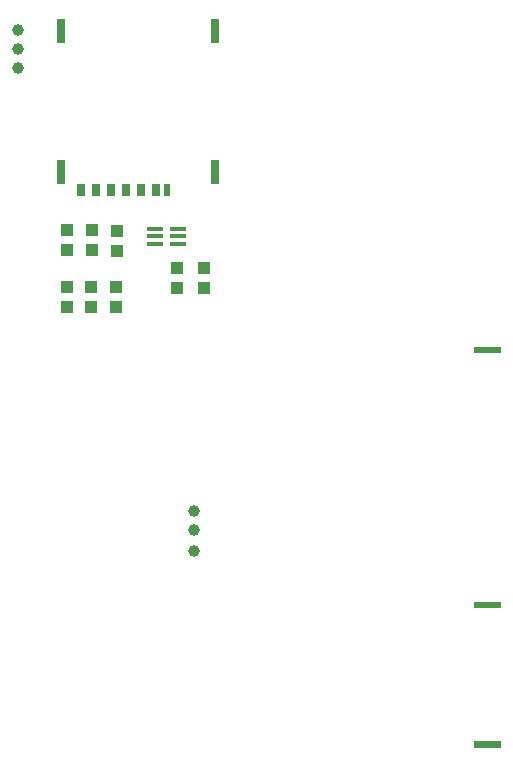
<source format=gbp>
G04*
G04 #@! TF.GenerationSoftware,Altium Limited,Altium Designer,21.0.8 (223)*
G04*
G04 Layer_Color=128*
%FSTAX24Y24*%
%MOIN*%
G70*
G04*
G04 #@! TF.SameCoordinates,802AE027-55FB-4EE0-B797-8BAC3B94A1FA*
G04*
G04*
G04 #@! TF.FilePolarity,Positive*
G04*
G01*
G75*
%ADD30R,0.0394X0.0433*%
%ADD131C,0.0394*%
%ADD132R,0.0276X0.0449*%
%ADD133R,0.0315X0.0827*%
%ADD134R,0.0236X0.0449*%
G04:AMPARAMS|DCode=135|XSize=52.8mil|YSize=15.7mil|CornerRadius=3.9mil|HoleSize=0mil|Usage=FLASHONLY|Rotation=180.000|XOffset=0mil|YOffset=0mil|HoleType=Round|Shape=RoundedRectangle|*
%AMROUNDEDRECTD135*
21,1,0.0528,0.0079,0,0,180.0*
21,1,0.0449,0.0157,0,0,180.0*
1,1,0.0079,-0.0224,0.0039*
1,1,0.0079,0.0224,0.0039*
1,1,0.0079,0.0224,-0.0039*
1,1,0.0079,-0.0224,-0.0039*
%
%ADD135ROUNDEDRECTD135*%
G36*
X049247Y025008D02*
X048365D01*
X048361Y025004D01*
X048361Y025217D01*
X049239Y025217D01*
X049247D01*
Y025008D01*
D02*
G37*
G36*
X049244Y029654D02*
X048362D01*
X048358Y02965D01*
X048358Y029862D01*
X049236Y029862D01*
X049244D01*
Y029654D01*
D02*
G37*
G36*
X049244Y03815D02*
X048362D01*
X048358Y038146D01*
X048358Y038358D01*
X049236Y038358D01*
X049244D01*
Y03815D01*
D02*
G37*
D30*
X034768Y040378D02*
D03*
Y039709D02*
D03*
X035594Y040378D02*
D03*
Y039709D02*
D03*
X036421Y040366D02*
D03*
Y039697D02*
D03*
X038461Y040992D02*
D03*
Y040323D02*
D03*
X039331Y040984D02*
D03*
Y040315D02*
D03*
X036433Y041575D02*
D03*
Y042244D02*
D03*
X0356Y041588D02*
D03*
Y042257D02*
D03*
X034773Y041592D02*
D03*
Y042261D02*
D03*
D131*
X03315Y048929D02*
D03*
Y048311D02*
D03*
Y047669D02*
D03*
X039012Y031563D02*
D03*
X039004Y032248D02*
D03*
X03902Y032894D02*
D03*
D132*
X036236Y043598D02*
D03*
X037236D02*
D03*
X035736D02*
D03*
X036736D02*
D03*
X037736D02*
D03*
X035236D02*
D03*
D133*
X034579Y044181D02*
D03*
X039697Y048906D02*
D03*
X034579D02*
D03*
X039697Y044181D02*
D03*
D134*
X03811Y043598D02*
D03*
D135*
X037717Y041795D02*
D03*
Y042051D02*
D03*
Y042307D02*
D03*
X038488D02*
D03*
Y042051D02*
D03*
Y041795D02*
D03*
M02*

</source>
